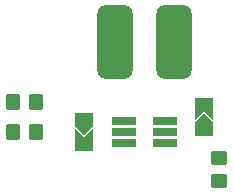
<source format=gbr>
%TF.GenerationSoftware,KiCad,Pcbnew,(6.0.6)*%
%TF.CreationDate,2023-07-05T13:12:53+02:00*%
%TF.ProjectId,LedDriver,4c656444-7269-4766-9572-2e6b69636164,rev?*%
%TF.SameCoordinates,Original*%
%TF.FileFunction,Paste,Top*%
%TF.FilePolarity,Positive*%
%FSLAX46Y46*%
G04 Gerber Fmt 4.6, Leading zero omitted, Abs format (unit mm)*
G04 Created by KiCad (PCBNEW (6.0.6)) date 2023-07-05 13:12:53*
%MOMM*%
%LPD*%
G01*
G04 APERTURE LIST*
G04 Aperture macros list*
%AMRoundRect*
0 Rectangle with rounded corners*
0 $1 Rounding radius*
0 $2 $3 $4 $5 $6 $7 $8 $9 X,Y pos of 4 corners*
0 Add a 4 corners polygon primitive as box body*
4,1,4,$2,$3,$4,$5,$6,$7,$8,$9,$2,$3,0*
0 Add four circle primitives for the rounded corners*
1,1,$1+$1,$2,$3*
1,1,$1+$1,$4,$5*
1,1,$1+$1,$6,$7*
1,1,$1+$1,$8,$9*
0 Add four rect primitives between the rounded corners*
20,1,$1+$1,$2,$3,$4,$5,0*
20,1,$1+$1,$4,$5,$6,$7,0*
20,1,$1+$1,$6,$7,$8,$9,0*
20,1,$1+$1,$8,$9,$2,$3,0*%
%AMFreePoly0*
4,1,6,0.587500,-0.725000,-0.587500,-0.725000,-1.287500,0.000000,-0.587500,0.725000,0.587500,0.725000,0.587500,-0.725000,0.587500,-0.725000,$1*%
%AMFreePoly1*
4,1,6,0.587500,0.000000,1.287500,-0.725000,-0.587500,-0.725000,-0.587500,0.725000,1.287500,0.725000,0.587500,0.000000,0.587500,0.000000,$1*%
G04 Aperture macros list end*
%ADD10RoundRect,0.750000X-0.750000X-2.400000X0.750000X-2.400000X0.750000X2.400000X-0.750000X2.400000X0*%
%ADD11FreePoly0,270.000000*%
%ADD12FreePoly1,270.000000*%
%ADD13RoundRect,0.250000X-0.350000X-0.450000X0.350000X-0.450000X0.350000X0.450000X-0.350000X0.450000X0*%
%ADD14FreePoly0,90.000000*%
%ADD15FreePoly1,90.000000*%
%ADD16RoundRect,0.250000X-0.450000X0.350000X-0.450000X-0.350000X0.450000X-0.350000X0.450000X0.350000X0*%
%ADD17R,2.000000X0.650000*%
G04 APERTURE END LIST*
D10*
%TO.C,L1*%
X144820000Y-80010000D03*
X149820000Y-80010000D03*
%TD*%
D11*
%TO.C,C2*%
X152400000Y-87397500D03*
D12*
X152400000Y-85322500D03*
%TD*%
D13*
%TO.C,R2*%
X136160000Y-87630000D03*
X138160000Y-87630000D03*
%TD*%
D14*
%TO.C,C1*%
X142240000Y-86592500D03*
D15*
X142240000Y-88667500D03*
%TD*%
D16*
%TO.C,R3*%
X153670000Y-89805000D03*
X153670000Y-91805000D03*
%TD*%
D17*
%TO.C,U1*%
X145610000Y-86680000D03*
X145610000Y-87630000D03*
X145610000Y-88580000D03*
X149030000Y-88580000D03*
X149030000Y-87630000D03*
X149030000Y-86680000D03*
%TD*%
D13*
%TO.C,R1*%
X136160000Y-85090000D03*
X138160000Y-85090000D03*
%TD*%
M02*

</source>
